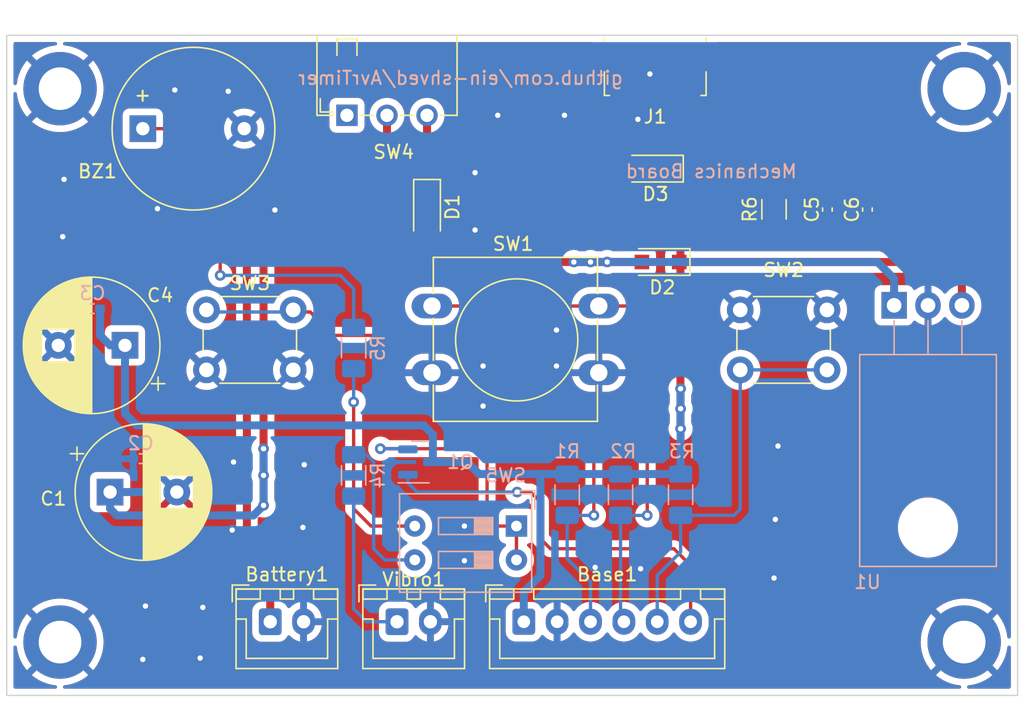
<source format=kicad_pcb>
(kicad_pcb (version 20210623) (generator pcbnew)
  (layers (0 "F.Cu" signal) (31 "B.Cu" signal) (34 "B.Paste" user) (35 "F.Paste" user) (36 "B.SilkS" user "B.Silkscreen") (37 "F.SilkS" user "F.Silkscreen") (38 "B.Mask" user) (39 "F.Mask" user) (44 "Edge.Cuts" user))
  (net 0 "")
  (net 1 "Net-(BZ1-Pad1)")
  (net 2 "GND")
  (net 3 "VCC")
  (net 4 "Net-(Base1-Pad3)")
  (net 5 "Net-(Base1-Pad4)")
  (net 6 "Net-(Base1-Pad5)")
  (net 7 "Net-(Base1-Pad6)")
  (net 8 "+9V")
  (net 9 "Net-(C1-Pad1)")
  (net 10 "Net-(C5-Pad2)")
  (net 14 "Net-(Q1-Pad2)")
  (net 15 "Net-(D3-Pad1)")
  (net 16 "Net-(D1-Pad1)")
  (net 17 "Net-(R4-Pad1)")
  (net 18 "Net-(R4-Pad2)")
  (net 19 "Net-(R5-Pad1)")
  (footprint "Button_Switch_THT:SW_PUSH_6mm" (layer "F.Cu") (at 144.47 81.09 180)
    (fp_text reference "SW2" (at 3.25 7.49) (layer "F.SilkS"))
    (fp_text value "SW_DIP_x01")
    (pad "1" thru_hole circle locked (at 0 0 270) (size 2 2) (drill 1.1) (layers *.Cu *.Mask) (net 6 "Net-(Base1-Pad5)"))
    (pad "1" thru_hole circle locked (at 6.5 0 270) (size 2 2) (drill 1.1) (layers *.Cu *.Mask) (net 6 "Net-(Base1-Pad5)"))
    (pad "2" thru_hole circle locked (at 0 4.5 270) (size 2 2) (drill 1.1) (layers *.Cu *.Mask) (net 2 "GND"))
    (pad "2" thru_hole circle locked (at 6.5 4.5 270) (size 2 2) (drill 1.1) (layers *.Cu *.Mask) (net 2 "GND"))
  )
  (footprint "Diode_SMD:D_SOD-123F" (layer "F.Cu") (at 132 73 180)
    (fp_text reference "D2" (at -0.127 -1.905 180) (layer "F.SilkS"))
    (fp_text value "DIODE")
    (pad "1" smd rect locked (at -1.4 0 180) (size 1.1 1.1) (layers "F.Cu" "F.Paste" "F.Mask") (net 3 "VCC"))
    (pad "2" smd rect locked (at 1.4 0 180) (size 1.1 1.1) (layers "F.Cu" "F.Paste" "F.Mask") (net 9 "Net-(C1-Pad1)"))
  )
  (footprint "Resistor_SMD:R_1206_3216Metric_Pad1.30x1.75mm_HandSolder" (layer "F.Cu") (at 140.5 69.05 90)
    (fp_text reference "R6" (at 0 -1.82 90) (layer "F.SilkS"))
    (fp_text value "1 MOhm")
    (pad "1" smd roundrect locked (at -1.55 0 90) (size 1.3 1.75) (layers "F.Cu" "F.Paste" "F.Mask") (roundrect_rratio 0.192308) (net 2 "GND"))
    (pad "2" smd roundrect locked (at 1.55 0 90) (size 1.3 1.75) (layers "F.Cu" "F.Paste" "F.Mask") (roundrect_rratio 0.192308) (net 10 "Net-(C5-Pad2)"))
  )
  (footprint "Connector_JST:JST_XH_B2B-XH-A_1x02_P2.50mm_Vertical" (layer "F.Cu") (at 112.25 99.975)
    (fp_text reference "Vibro1" (at 1.25 -3.175) (layer "F.SilkS"))
    (fp_text value "Conn_01x02")
    (pad "1" thru_hole roundrect locked (at 0 0) (size 1.7 2) (drill 1) (layers *.Cu *.Mask) (roundrect_rratio 0.147059) (net 17 "Net-(R4-Pad1)"))
    (pad "2" thru_hole oval locked (at 2.5 0) (size 1.7 2) (drill 1) (layers *.Cu *.Mask) (net 2 "GND"))
  )
  (footprint "Buzzer_Beeper:Buzzer_12x9.5RM7.6" (layer "F.Cu") (at 93.2 63)
    (fp_text reference "BZ1" (at -3.4 3.2) (layer "F.SilkS"))
    (fp_text value "Buzzer")
    (fp_text user "+" (at -0.01 -2.54) (layer "F.SilkS"))
    (pad "1" thru_hole rect locked (at 0 0) (size 2 2) (drill 1) (layers *.Cu *.Mask) (net 1 "Net-(BZ1-Pad1)"))
    (pad "2" thru_hole circle locked (at 7.6 0) (size 2 2) (drill 1) (layers *.Cu *.Mask) (net 2 "GND"))
  )
  (footprint "Connector_JST:JST_XH_B6B-XH-A_1x06_P2.50mm_Vertical" (layer "F.Cu") (at 121.75 99.975)
    (fp_text reference "Base1" (at 6.25 -3.55) (layer "F.SilkS"))
    (fp_text value "Conn_01x06")
    (pad "1" thru_hole roundrect locked (at 0 0) (size 1.7 1.95) (drill 0.95) (layers *.Cu *.Mask) (roundrect_rratio 0.147059) (net 3 "VCC"))
    (pad "2" thru_hole oval locked (at 2.5 0) (size 1.7 1.95) (drill 0.95) (layers *.Cu *.Mask) (net 2 "GND"))
    (pad "3" thru_hole oval locked (at 5 0) (size 1.7 1.95) (drill 0.95) (layers *.Cu *.Mask) (net 4 "Net-(Base1-Pad3)"))
    (pad "4" thru_hole oval locked (at 7.5 0) (size 1.7 1.95) (drill 0.95) (layers *.Cu *.Mask) (net 5 "Net-(Base1-Pad4)"))
    (pad "5" thru_hole oval locked (at 10 0) (size 1.7 1.95) (drill 0.95) (layers *.Cu *.Mask) (net 6 "Net-(Base1-Pad5)"))
    (pad "6" thru_hole oval locked (at 12.5 0) (size 1.7 1.95) (drill 0.95) (layers *.Cu *.Mask) (net 7 "Net-(Base1-Pad6)"))
  )
  (footprint "Button_Switch_THT:SW_PUSH_6mm" (layer "F.Cu") (at 97.97 76.59)
    (fp_text reference "SW3" (at 3.25 -2) (layer "F.SilkS"))
    (fp_text value "SW_DIP_x01")
    (pad "1" thru_hole circle locked (at 6.5 0 90) (size 2 2) (drill 1.1) (layers *.Cu *.Mask) (net 4 "Net-(Base1-Pad3)"))
    (pad "1" thru_hole circle locked (at 0 0 90) (size 2 2) (drill 1.1) (layers *.Cu *.Mask) (net 4 "Net-(Base1-Pad3)"))
    (pad "2" thru_hole circle locked (at 0 4.5 90) (size 2 2) (drill 1.1) (layers *.Cu *.Mask) (net 2 "GND"))
    (pad "2" thru_hole circle locked (at 6.5 4.5 90) (size 2 2) (drill 1.1) (layers *.Cu *.Mask) (net 2 "GND"))
  )
  (footprint "Connector_USB:USB_Micro-B_Molex_47346-0001" (layer "F.Cu") (at 131.6 58.8 180)
    (fp_text reference "J1" (at 0 -3.3) (layer "F.SilkS"))
    (fp_text value "USB_B_Micro")
    (pad "1" smd rect locked (at -1.3 -1.46 180) (size 0.45 1.38) (layers "F.Cu" "F.Paste" "F.Mask") (net 15 "Net-(D3-Pad1)"))
    (pad "2" smd rect locked (at -0.65 -1.46 180) (size 0.45 1.38) (layers "F.Cu" "F.Paste" "F.Mask"))
    (pad "3" smd rect locked (at 0 -1.46 180) (size 0.45 1.38) (layers "F.Cu" "F.Paste" "F.Mask"))
    (pad "4" smd rect locked (at 0.65 -1.46 180) (size 0.45 1.38) (layers "F.Cu" "F.Paste" "F.Mask"))
    (pad "5" smd rect locked (at 1.3 -1.46 180) (size 0.45 1.38) (layers "F.Cu" "F.Paste" "F.Mask") (net 2 "GND"))
    (pad "6" smd rect locked (at -1.15 1.2 180) (size 1.8 1.9) (layers "F.Cu" "F.Paste" "F.Mask") (net 10 "Net-(C5-Pad2)"))
    (pad "6" smd rect locked (at -2.4875 -1.375 180) (size 1.425 1.55) (layers "F.Cu" "F.Paste" "F.Mask") (net 10 "Net-(C5-Pad2)"))
    (pad "6" smd rect locked (at 1.55 1.2 180) (size 1 1.9) (layers "F.Cu" "F.Paste" "F.Mask") (net 10 "Net-(C5-Pad2)"))
    (pad "6" smd rect locked (at 3.375 1.2 180) (size 1.65 1.3) (layers "F.Cu" "F.Paste" "F.Mask") (net 10 "Net-(C5-Pad2)"))
    (pad "6" smd rect locked (at 2.4875 -1.375 180) (size 1.425 1.55) (layers "F.Cu" "F.Paste" "F.Mask") (net 10 "Net-(C5-Pad2)"))
    (pad "6" smd rect locked (at -3.375 1.2 180) (size 1.65 1.3) (layers "F.Cu" "F.Paste" "F.Mask") (net 10 "Net-(C5-Pad2)"))
  )
  (footprint "Capacitor_SMD:C_0402_1005Metric_Pad0.74x0.62mm_HandSolder" (layer "F.Cu") (at 147.5 69.0675 90)
    (fp_text reference "C6" (at 0 -1.16 90) (layer "F.SilkS"))
    (fp_text value "1 nF")
    (pad "1" smd roundrect locked (at -0.5675 0 90) (size 0.735 0.62) (layers "F.Cu" "F.Paste" "F.Mask") (net 2 "GND"))
    (pad "2" smd roundrect locked (at 0.5675 0 90) (size 0.735 0.62) (layers "F.Cu" "F.Paste" "F.Mask") (net 10 "Net-(C5-Pad2)"))
  )
  (footprint "" (layer "F.Cu") (at 154.75 60)
    (fp_text reference "" (at 0 0) (layer "F.SilkS") (effects (font (size 1.27 1.27))))
    (fp_text value "" (at 0 0) (layer "F.SilkS") (effects (font (size 1.27 1.27))))
    (pad "1" thru_hole circle locked (at 0 0) (size 5.5 5.5) (drill 3.2) (layers *.Cu *.Mask) (net 2 "GND"))
  )
  (footprint "Connector_JST:JST_XH_B2B-XH-A_1x02_P2.50mm_Vertical" (layer "F.Cu") (at 102.75 99.975)
    (fp_text reference "Battery1" (at 1.25 -3.55) (layer "F.SilkS"))
    (fp_text value "Conn_01x02")
    (pad "1" thru_hole roundrect locked (at 0 0) (size 1.7 2) (drill 1) (layers *.Cu *.Mask) (roundrect_rratio 0.147059) (net 8 "+9V"))
    (pad "2" thru_hole oval locked (at 2.5 0) (size 1.7 2) (drill 1) (layers *.Cu *.Mask) (net 2 "GND"))
  )
  (footprint "Diode_SMD:D_SOD-123F" (layer "F.Cu") (at 131.5 66 180)
    (fp_text reference "D3" (at -0.127 -1.905) (layer "F.SilkS"))
    (fp_text value "DIODE")
    (pad "1" smd rect locked (at -1.4 0 180) (size 1.1 1.1) (layers "F.Cu" "F.Paste" "F.Mask") (net 15 "Net-(D3-Pad1)"))
    (pad "2" smd rect locked (at 1.4 0 180) (size 1.1 1.1) (layers "F.Cu" "F.Paste" "F.Mask") (net 3 "VCC"))
  )
  (footprint "Button_Switch_THT:SW_PUSH-12mm" (layer "F.Cu") (at 114.87 76.3)
    (fp_text reference "SW1" (at 6.08 -4.66) (layer "F.SilkS"))
    (fp_text value "SW_DIP_x01")
    (pad "1" thru_hole oval locked (at 0 0) (size 3.048 1.85) (drill 1.3) (layers *.Cu *.Mask) (net 5 "Net-(Base1-Pad4)"))
    (pad "1" thru_hole oval locked (at 12.5 0) (size 3.048 1.85) (drill 1.3) (layers *.Cu *.Mask) (net 5 "Net-(Base1-Pad4)"))
    (pad "2" thru_hole oval locked (at 12.5 5) (size 3.048 1.85) (drill 1.3) (layers *.Cu *.Mask) (net 2 "GND"))
    (pad "2" thru_hole oval locked (at 0 5) (size 3.048 1.85) (drill 1.3) (layers *.Cu *.Mask) (net 2 "GND"))
  )
  (footprint "Capacitor_SMD:C_0402_1005Metric_Pad0.74x0.62mm_HandSolder" (layer "F.Cu") (at 144.5 69.0675 90)
    (fp_text reference "C5" (at 0 -1.16 90) (layer "F.SilkS"))
    (fp_text value "100 nF")
    (pad "1" smd roundrect locked (at -0.5675 0 90) (size 0.735 0.62) (layers "F.Cu" "F.Paste" "F.Mask") (net 2 "GND"))
    (pad "2" smd roundrect locked (at 0.5675 0 90) (size 0.735 0.62) (layers "F.Cu" "F.Paste" "F.Mask") (net 10 "Net-(C5-Pad2)"))
  )
  (footprint "Diode_SMD:D_SOD-123F" (layer "F.Cu") (at 114.5 69.0125 -90)
    (fp_text reference "D1" (at -0.127 -1.905 -90) (layer "F.SilkS"))
    (fp_text value "DIODE")
    (pad "1" smd rect locked (at -1.4 0 270) (size 1.1 1.1) (layers "F.Cu" "F.Paste" "F.Mask") (net 16 "Net-(D1-Pad1)"))
    (pad "2" smd rect locked (at 1.4 0 270) (size 1.1 1.1) (layers "F.Cu" "F.Paste" "F.Mask") (net 9 "Net-(C1-Pad1)"))
  )
  (footprint "" (layer "F.Cu") (at 154.75 101.5)
    (fp_text reference "" (at 0 0) (layer "F.SilkS") (effects (font (size 1.27 1.27))))
    (fp_text value "" (at 0 0) (layer "F.SilkS") (effects (font (size 1.27 1.27))))
    (pad "1" thru_hole circle locked (at 0 0) (size 5.5 5.5) (drill 3.2) (layers *.Cu *.Mask) (net 2 "GND"))
  )
  (footprint "Footprints:L_KLS7_SS_12F19_G5" (layer "F.Cu") (at 108.5 62)
    (fp_text reference "SW4" (at 3.5 2.75) (layer "F.SilkS"))
    (fp_text value "SW_DPDT_x2")
    (pad "1" thru_hole rect locked (at 0 0) (size 1.6 1.6) (drill 1) (layers *.Cu *.Mask))
    (pad "2" thru_hole oval locked (at 3 0) (size 1.6 1.6) (drill 1) (layers *.Cu *.Mask) (net 8 "+9V"))
    (pad "3" thru_hole oval locked (at 6 0) (size 1.6 1.6) (drill 1) (layers *.Cu *.Mask) (net 16 "Net-(D1-Pad1)"))
  )
  (footprint "Capacitor_THT:CP_Radial_D10.0mm_P5.00mm" (layer "F.Cu") (at 90.75 90.25)
    (fp_text reference "C1" (at -4.25 0.5) (layer "F.SilkS"))
    (fp_text value "470 uF")
    (pad "1" thru_hole rect locked (at 0 0) (size 2 2) (drill 1) (layers *.Cu *.Mask) (net 9 "Net-(C1-Pad1)"))
    (pad "2" thru_hole circle locked (at 5 0) (size 2 2) (drill 1) (layers *.Cu *.Mask) (net 2 "GND"))
  )
  (footprint "Capacitor_THT:CP_Radial_D10.0mm_P5.00mm" (layer "F.Cu") (at 91.867677 79.25 180)
    (fp_text reference "C4" (at -2.632323 3.75) (layer "F.SilkS"))
    (fp_text value "10 uF")
    (pad "1" thru_hole rect locked (at 0 0 180) (size 2 2) (drill 1) (layers *.Cu *.Mask) (net 3 "VCC"))
    (pad "2" thru_hole circle locked (at 5 0 180) (size 2 2) (drill 1) (layers *.Cu *.Mask) (net 2 "GND"))
  )
  (footprint "" (layer "F.Cu") (at 87 101.5)
    (fp_text reference "" (at 0 0) (layer "F.SilkS") (effects (font (size 1.27 1.27))))
    (fp_text value "" (at 0 0) (layer "F.SilkS") (effects (font (size 1.27 1.27))))
    (pad "1" thru_hole circle locked (at 0 0) (size 5.5 5.5) (drill 3.2) (layers *.Cu *.Mask) (net 2 "GND"))
  )
  (footprint "" (layer "F.Cu") (at 87 60)
    (fp_text reference "" (at 0 0) (layer "F.SilkS") (effects (font (size 1.27 1.27))))
    (fp_text value "" (at 0 0) (layer "F.SilkS") (effects (font (size 1.27 1.27))))
    (pad "1" thru_hole circle locked (at 0 0) (size 5.5 5.5) (drill 3.2) (layers *.Cu *.Mask) (net 2 "GND"))
  )
  (footprint "Capacitor_SMD:C_0402_1005Metric_Pad0.74x0.62mm_HandSolder" (layer "B.Cu") (at 89.4325 76.5 180)
    (fp_text reference "C3" (at 0 1.16) (layer "B.SilkS") (effects (justify mirror)))
    (fp_text value "100 nF")
    (pad "1" smd roundrect locked (at -0.5675 0 180) (size 0.735 0.62) (layers "B.Cu" "B.Paste" "B.Mask") (net 3 "VCC"))
    (pad "2" smd roundrect locked (at 0.5675 0 180) (size 0.735 0.62) (layers "B.Cu" "B.Paste" "B.Mask") (net 2 "GND"))
  )
  (footprint "Resistor_SMD:R_1206_3216Metric_Pad1.30x1.75mm_HandSolder" (layer "B.Cu") (at 109 89 90)
    (fp_text reference "R4" (at 0 1.82 90) (layer "B.SilkS") (effects (justify mirror)))
    (fp_text value "100 Ohm")
    (pad "1" smd roundrect locked (at -1.55 0 90) (size 1.3 1.75) (layers "B.Cu" "B.Paste" "B.Mask") (roundrect_rratio 0.192308) (net 17 "Net-(R4-Pad1)"))
    (pad "2" smd roundrect locked (at 1.55 0 90) (size 1.3 1.75) (layers "B.Cu" "B.Paste" "B.Mask") (roundrect_rratio 0.192308) (net 18 "Net-(R4-Pad2)"))
  )
  (footprint "Resistor_SMD:R_1206_3216Metric_Pad1.30x1.75mm_HandSolder" (layer "B.Cu") (at 125 90.45 -90)
    (fp_text reference "R1" (at -3.25 0 180) (layer "B.SilkS") (effects (justify mirror)))
    (fp_text value "10 kOhm")
    (pad "1" smd roundrect locked (at -1.55 0 270) (size 1.3 1.75) (layers "B.Cu" "B.Paste" "B.Mask") (roundrect_rratio 0.192308) (net 3 "VCC"))
    (pad "2" smd roundrect locked (at 1.55 0 270) (size 1.3 1.75) (layers "B.Cu" "B.Paste" "B.Mask") (roundrect_rratio 0.192308) (net 4 "Net-(Base1-Pad3)"))
  )
  (footprint "Capacitor_SMD:C_0402_1005Metric_Pad0.74x0.62mm_HandSolder" (layer "B.Cu") (at 93.050177 87.75 180)
    (fp_text reference "C2" (at 0 1.16) (layer "B.SilkS") (effects (justify mirror)))
    (fp_text value "100 nF")
    (pad "1" smd roundrect locked (at -0.5675 0 180) (size 0.735 0.62) (layers "B.Cu" "B.Paste" "B.Mask") (net 9 "Net-(C1-Pad1)"))
    (pad "2" smd roundrect locked (at 0.5675 0 180) (size 0.735 0.62) (layers "B.Cu" "B.Paste" "B.Mask") (net 2 "GND"))
  )
  (footprint "Button_Switch_THT:SW_DIP_SPSTx02_Slide_9.78x7.26mm_W7.62mm_P2.54mm" (layer "B.Cu") (at 121.2 92.8 180)
    (fp_text reference "SW5" (at 0.8 3.8) (layer "B.SilkS") (effects (justify mirror)))
    (fp_text value "SW_DIP_x02")
    (pad "1" thru_hole rect locked (at 0 0 180) (size 1.6 1.6) (drill 0.8) (layers *.Cu *.Mask) (net 14 "Net-(Q1-Pad2)"))
    (pad "2" thru_hole oval locked (at 0 -2.54 180) (size 1.6 1.6) (drill 0.8) (layers *.Cu *.Mask) (net 14 "Net-(Q1-Pad2)"))
    (pad "3" thru_hole oval locked (at 7.62 -2.54 180) (size 1.6 1.6) (drill 0.8) (layers *.Cu *.Mask) (net 18 "Net-(R4-Pad2)"))
    (pad "4" thru_hole oval locked (at 7.62 0 180) (size 1.6 1.6) (drill 0.8) (layers *.Cu *.Mask) (net 19 "Net-(R5-Pad1)"))
  )
  (footprint "Resistor_SMD:R_1206_3216Metric_Pad1.30x1.75mm_HandSolder" (layer "B.Cu") (at 109 79.45 90)
    (fp_text reference "R5" (at 0 1.82 90) (layer "B.SilkS") (effects (justify mirror)))
    (fp_text value "10 Ohm")
    (pad "1" smd roundrect locked (at -1.55 0 90) (size 1.3 1.75) (layers "B.Cu" "B.Paste" "B.Mask") (roundrect_rratio 0.192308) (net 19 "Net-(R5-Pad1)"))
    (pad "2" smd roundrect locked (at 1.55 0 90) (size 1.3 1.75) (layers "B.Cu" "B.Paste" "B.Mask") (roundrect_rratio 0.192308) (net 1 "Net-(BZ1-Pad1)"))
  )
  (footprint "Resistor_SMD:R_1206_3216Metric_Pad1.30x1.75mm_HandSolder" (layer "B.Cu") (at 133.5 90.45 -90)
    (fp_text reference "R3" (at -3.25 -0.1 180) (layer "B.SilkS") (effects (justify mirror)))
    (fp_text value "10 kOhm")
    (pad "1" smd roundrect locked (at -1.55 0 270) (size 1.3 1.75) (layers "B.Cu" "B.Paste" "B.Mask") (roundrect_rratio 0.192308) (net 3 "VCC"))
    (pad "2" smd roundrect locked (at 1.55 0 270) (size 1.3 1.75) (layers "B.Cu" "B.Paste" "B.Mask") (roundrect_rratio 0.192308) (net 6 "Net-(Base1-Pad5)"))
  )
  (footprint "Package_TO_SOT_SMD:SOT-23" (layer "B.Cu") (at 114 88)
    (fp_text reference "Q1" (at 3 0) (layer "B.SilkS") (effects (justify mirror)))
    (fp_text value "BC846")
    (pad "1" smd roundrect locked (at -0.9375 0.95) (size 1.475 0.6) (layers "B.Cu" "B.Paste" "B.Mask") (net 7 "Net-(Base1-Pad6)"))
    (pad "2" smd roundrect locked (at -0.9375 -0.95) (size 1.475 0.6) (layers "B.Cu" "B.Paste" "B.Mask") (net 14 "Net-(Q1-Pad2)"))
    (pad "3" smd roundrect locked (at 0.9375 0) (size 1.475 0.6) (layers "B.Cu" "B.Paste" "B.Mask") (net 3 "VCC"))
  )
  (footprint "Package_TO_SOT_THT:TO-220-3_Horizontal_TabDown" (layer "B.Cu") (at 149.5 76.25)
    (fp_text reference "U1" (at -2 20.75) (layer "B.SilkS") (effects (justify mirror)))
    (fp_text value "L7805")
    (pad "" np_thru_hole oval locked (at 2.54 16.66) (size 3.5 3.5) (drill 3.5) (layers *.Cu *.Mask))
    (pad "1" thru_hole rect locked (at 0 0) (size 1.905 2) (drill 1.1) (layers *.Cu *.Mask) (net 9 "Net-(C1-Pad1)"))
    (pad "2" thru_hole oval locked (at 2.54 0) (size 1.905 2) (drill 1.1) (layers *.Cu *.Mask) (net 2 "GND"))
    (pad "3" thru_hole oval locked (at 5.08 0) (size 1.905 2) (drill 1.1) (layers *.Cu *.Mask) (net 3 "VCC"))
  )
  (footprint "Resistor_SMD:R_1206_3216Metric_Pad1.30x1.75mm_HandSolder" (layer "B.Cu") (at 129 90.45 -90)
    (fp_text reference "R2" (at -3.25 -0.2 180) (layer "B.SilkS") (effects (justify mirror)))
    (fp_text value "10 kOhm")
    (pad "1" smd roundrect locked (at -1.55 0 270) (size 1.3 1.75) (layers "B.Cu" "B.Paste" "B.Mask") (roundrect_rratio 0.192308) (net 3 "VCC"))
    (pad "2" smd roundrect locked (at 1.55 0 270) (size 1.3 1.75) (layers "B.Cu" "B.Paste" "B.Mask") (roundrect_rratio 0.192308) (net 5 "Net-(Base1-Pad4)"))
  )
  (gr_rect (start 83 56) (end 158.75 105.5) (layer "Edge.Cuts") (width 0.1) (fill none))
  (gr_text "github.com/ein-shved/AvrTimer" (at 117 59.2) (layer "B.SilkS") (effects (font (size 1 1)) (justify mirror)))
  (gr_text "Mechanics Board" (at 135.8 66.2) (layer "B.SilkS") (effects (font (size 1 1)) (justify mirror)))
  (segment (start 99 63.5) (end 98.5 63) (width 0.25) (layer "F.Cu") (net 1))
  (segment (start 99 74) (end 99 63.5) (width 0.25) (layer "F.Cu") (net 1))
  (segment (start 98.5 63) (end 93.2 63) (width 0.25) (layer "F.Cu") (net 1))
  (via (at 99 74) (size 0.8) (drill 0.4) (layers "F.Cu" "B.Cu") (net 1))
  (segment (start 108 74) (end 99 74) (width 0.25) (layer "B.Cu") (net 1))
  (segment (start 109 77.9) (end 109 75) (width 0.25) (layer "B.Cu") (net 1))
  (segment (start 109 75) (end 108 74) (width 0.25) (layer "B.Cu") (net 1))
  (segment (start 130.3 59.2) (end 130.6 58.9) (width 0.25) (layer "F.Cu") (net 2))
  (segment (start 130.3 60.26) (end 130.3 62.3) (width 0.25) (layer "F.Cu") (net 2))
  (segment (start 130.3 60.26) (end 130.3 59.2) (width 0.25) (layer "F.Cu") (net 2))
  (segment (start 130.6 58.9) (end 131.2 58.9) (width 0.25) (layer "F.Cu") (net 2))
  (via (at 117.3 95.4) (size 0.8) (drill 0.4) (layers "F.Cu" "B.Cu") (net 2))
  (via (at 130.3 62.3) (size 0.8) (drill 0.4) (layers "F.Cu" "B.Cu") (net 2))
  (via (at 124.2 78.1) (size 0.8) (drill 0.4) (layers "F.Cu" "B.Cu") (net 2))
  (via (at 93.2 102.8) (size 0.8) (drill 0.4) (layers "F.Cu" "B.Cu") (net 2))
  (via (at 103.1 69.1) (size 0.8) (drill 0.4) (layers "F.Cu" "B.Cu") (net 2))
  (via (at 124.2 80.8) (size 0.8) (drill 0.4) (layers "F.Cu" "B.Cu") (net 2))
  (via (at 118.7 80.8) (size 0.8) (drill 0.4) (layers "F.Cu" "B.Cu") (net 2))
  (via (at 140.5 96.7) (size 0.8) (drill 0.4) (layers "F.Cu" "B.Cu") (net 2))
  (via (at 105.3 88.2) (size 0.8) (drill 0.4) (layers "F.Cu" "B.Cu") (net 2))
  (via (at 87.2 71.1) (size 0.8) (drill 0.4) (layers "F.Cu" "B.Cu") (net 2))
  (via (at 97.7 98.9) (size 0.8) (drill 0.4) (layers "F.Cu" "B.Cu") (net 2))
  (via (at 100 88) (size 0.8) (drill 0.4) (layers "F.Cu" "B.Cu") (net 2))
  (via (at 117.3 92.8) (size 0.8) (drill 0.4) (layers "F.Cu" "B.Cu") (net 2))
  (via (at 140.8 86.8) (size 0.8) (drill 0.4) (layers "F.Cu" "B.Cu") (net 2))
  (via (at 94.3 69) (size 0.8) (drill 0.4) (layers "F.Cu" "B.Cu") (net 2))
  (via (at 99.9 93.1) (size 0.8) (drill 0.4) (layers "F.Cu" "B.Cu") (net 2))
  (via (at 118.1 70.6) (size 0.8) (drill 0.4) (layers "F.Cu" "B.Cu") (net 2))
  (via (at 87.3 66.8) (size 0.8) (drill 0.4) (layers "F.Cu" "B.Cu") (net 2))
  (via (at 118.7 83.8) (size 0.8) (drill 0.4) (layers "F.Cu" "B.Cu") (net 2))
  (via (at 95.6 60.1) (size 0.8) (drill 0.4) (layers "F.Cu" "B.Cu") (net 2))
  (via (at 140.6 92.3) (size 0.8) (drill 0.4) (layers "F.Cu" "B.Cu") (net 2))
  (via (at 124.8 62) (size 0.8) (drill 0.4) (layers "F.Cu" "B.Cu") (net 2))
  (via (at 97.5 102.7) (size 0.8) (drill 0.4) (layers "F.Cu" "B.Cu") (net 2))
  (via (at 119.8 62) (size 0.8) (drill 0.4) (layers "F.Cu" "B.Cu") (net 2))
  (via (at 93.4 98.8) (size 0.8) (drill 0.4) (layers "F.Cu" "B.Cu") (net 2))
  (via (at 131.2 58.9) (size 0.8) (drill 0.4) (layers "F.Cu" "B.Cu") (net 2))
  (via (at 127.1 95.9) (size 0.8) (drill 0.4) (layers "F.Cu" "B.Cu") (net 2))
  (via (at 130.5 96) (size 0.8) (drill 0.4) (layers "F.Cu" "B.Cu") (net 2))
  (via (at 99.6 60.2) (size 0.8) (drill 0.4) (layers "F.Cu" "B.Cu") (net 2))
  (via (at 118.1 66.3) (size 0.8) (drill 0.4) (layers "F.Cu" "B.Cu") (net 2))
  (via (at 105.2 92.9) (size 0.8) (drill 0.4) (layers "F.Cu" "B.Cu") (net 2))
  (segment (start 130 68) (end 130.75 68.75) (width 0.6) (layer "F.Cu") (net 3))
  (segment (start 133.4 73) (end 153.33 73) (width 0.6) (layer "F.Cu") (net 3))
  (segment (start 130.1 66) (end 130 66.1) (width 0.6) (layer "F.Cu") (net 3))
  (segment (start 133.4875 69.2375) (end 133.4875 85.4875) (width 0.6) (layer "F.Cu") (net 3))
  (segment (start 154.58 74.25) (end 154.58 76.25) (width 0.6) (layer "F.Cu") (net 3))
  (segment (start 133 68.75) (end 133.4875 69.2375) (width 0.6) (layer "F.Cu") (net 3))
  (segment (start 133.4875 85.4875) (end 133.5 85.5) (width 0.6) (layer "F.Cu") (net 3))
  (segment (start 130 66.1) (end 130 68) (width 0.6) (layer "F.Cu") (net 3))
  (segment (start 153.33 73) (end 154.58 74.25) (width 0.6) (layer "F.Cu") (net 3))
  (segment (start 130.75 68.75) (end 133 68.75) (width 0.6) (layer "F.Cu") (net 3))
  (via (at 133.5 84) (size 0.8) (drill 0.4) (layers "F.Cu" "B.Cu") (net 3))
  (via (at 133.5 85.5) (size 0.8) (drill 0.4) (layers "F.Cu" "B.Cu") (net 3))
  (via (at 133.5 82.5) (size 0.8) (drill 0.4) (layers "F.Cu" "B.Cu") (net 3))
  (segment (start 133.5 88.9) (end 129 88.9) (width 0.6) (layer "B.Cu") (net 3))
  (segment (start 114.9375 85.9375) (end 114.25 85.25) (width 0.6) (layer "B.Cu") (net 3))
  (segment (start 92.75 85.25) (end 91.867677 84.367677) (width 0.6) (layer "B.Cu") (net 3))
  (segment (start 125 88.9) (end 122.9 88.9) (width 0.6) (layer "B.Cu") (net 3))
  (segment (start 117.5 88) (end 114.9375 88) (width 0.6) (layer "B.Cu") (net 3))
  (segment (start 114.25 85.25) (end 92.75 85.25) (width 0.6) (layer "B.Cu") (net 3))
  (segment (start 133.5 85.5) (end 133.5 88.9) (width 0.6) (layer "B.Cu") (net 3))
  (segment (start 90 78.5) (end 90 76.5) (width 0.6) (layer "B.Cu") (net 3))
  (segment (start 118.4 88.9) (end 117.5 88) (width 0.6) (layer "B.Cu") (net 3))
  (segment (start 121.75 99.975) (end 121.75 97.75) (width 0.6) (layer "B.Cu") (net 3))
  (segment (start 90.75 79.25) (end 90 78.5) (width 0.6) (layer "B.Cu") (net 3))
  (segment (start 121.75 97.75) (end 123 96.5) (width 0.6) (layer "B.Cu") (net 3))
  (segment (start 91.867677 79.25) (end 90.75 79.25) (width 0.6) (layer "B.Cu") (net 3))
  (segment (start 123.6 88.9) (end 125 88.9) (width 0.6) (layer "B.Cu") (net 3))
  (segment (start 91.867677 84.367677) (end 91.867677 79.25) (width 0.6) (layer "B.Cu") (net 3))
  (segment (start 125 88.9) (end 129 88.9) (width 0.6) (layer "B.Cu") (net 3))
  (segment (start 122.9 88.9) (end 118.4 88.9) (width 0.6) (layer "B.Cu") (net 3))
  (segment (start 123 96.5) (end 123 89.5) (width 0.6) (layer "B.Cu") (net 3))
  (segment (start 123 89.5) (end 123 89) (width 0.6) (layer "B.Cu") (net 3))
  (segment (start 123 89) (end 122.9 88.9) (width 0.6) (layer "B.Cu") (net 3))
  (segment (start 114.9375 88) (end 114.9375 85.9375) (width 0.6) (layer "B.Cu") (net 3))
  (segment (start 133.5 84) (end 133.5 82.5) (width 0.6) (layer "B.Cu") (net 3))
  (segment (start 133.5 85.5) (end 133.5 84) (width 0.6) (layer "B.Cu") (net 3))
  (segment (start 106 77) (end 105.75 76.75) (width 0.25) (layer "F.Cu") (net 4))
  (segment (start 121 85) (end 121 79.5) (width 0.25) (layer "F.Cu") (net 4))
  (segment (start 121.5 85.5) (end 121 85) (width 0.25) (layer "F.Cu") (net 4))
  (segment (start 105.75 76.75) (end 104.25 76.75) (width 0.25) (layer "F.Cu") (net 4))
  (segment (start 121 79.5) (end 120 78.5) (width 0.25) (layer "F.Cu") (net 4))
  (segment (start 120 78.5) (end 106.5 78.5) (width 0.25) (layer "F.Cu") (net 4))
  (segment (start 106.5 78.5) (end 106 78) (width 0.25) (layer "F.Cu") (net 4))
  (segment (start 127 86.5) (end 126 85.5) (width 0.25) (layer "F.Cu") (net 4))
  (segment (start 126 85.5) (end 121.5 85.5) (width 0.25) (layer "F.Cu") (net 4))
  (segment (start 106 78) (end 106 77) (width 0.25) (layer "F.Cu") (net 4))
  (segment (start 127 92) (end 127 86.5) (width 0.25) (layer "F.Cu") (net 4))
  (via (at 127 92) (size 0.8) (drill 0.4) (layers "F.Cu" "B.Cu") (net 4))
  (segment (start 104.25 76.75) (end 97.75 76.75) (width 0.25) (layer "B.Cu") (net 4))
  (segment (start 125 92) (end 127 92) (width 0.25) (layer "B.Cu") (net 4))
  (segment (start 126.75 97) (end 126.75 99.975) (width 0.25) (layer "B.Cu") (net 4))
  (segment (start 125 92) (end 125 95.25) (width 0.25) (layer "B.Cu") (net 4))
  (segment (start 125 95.25) (end 126.75 97) (width 0.25) (layer "B.Cu") (net 4))
  (segment (start 130.3 76.3) (end 127.37 76.3) (width 0.25) (layer "F.Cu") (net 5))
  (segment (start 131 92) (end 131 77) (width 0.25) (layer "F.Cu") (net 5))
  (segment (start 114.87 76.3) (end 127.37 76.3) (width 0.25) (layer "F.Cu") (net 5))
  (segment (start 131 77) (end 130.3 76.3) (width 0.25) (layer "F.Cu") (net 5))
  (via (at 131 92) (size 0.8) (drill 0.4) (layers "F.Cu" "B.Cu") (net 5))
  (segment (start 129 99.725) (end 129.25 99.975) (width 0.25) (layer "B.Cu") (net 5))
  (segment (start 129 92) (end 131 92) (width 0.25) (layer "B.Cu") (net 5))
  (segment (start 129 92) (end 129 99.725) (width 0.25) (layer "B.Cu") (net 5))
  (segment (start 133.5 92) (end 133.5 94.75) (width 0.25) (layer "B.Cu") (net 6))
  (segment (start 143.84 81.09) (end 144 81.25) (width 0.25) (layer "B.Cu") (net 6))
  (segment (start 133.5 92) (end 137.5 92) (width 0.25) (layer "B.Cu") (net 6))
  (segment (start 137.97 81.09) (end 144.47 81.09) (width 0.25) (layer "B.Cu") (net 6))
  (segment (start 133.5 94.75) (end 131.75 96.5) (width 0.25) (layer "B.Cu") (net 6))
  (segment (start 137.5 92) (end 137.97 91.53) (width 0.25) (layer "B.Cu") (net 6))
  (segment (start 137.97 91.53) (end 137.97 81.09) (width 0.25) (layer "B.Cu") (net 6))
  (segment (start 131.75 96.5) (end 131.75 99.975) (width 0.25) (layer "B.Cu") (net 6))
  (segment (start 133 94.5) (end 134.25 95.75) (width 0.25) (layer "F.Cu") (net 7))
  (segment (start 134.25 95.75) (end 134.25 99.975) (width 0.25) (layer "F.Cu") (net 7))
  (segment (start 123 93.75) (end 123.75 94.5) (width 0.25) (layer "F.Cu") (net 7))
  (segment (start 121.25 90.25) (end 122.25 90.25) (width 0.25) (layer "F.Cu") (net 7))
  (segment (start 123 91) (end 123 93.75) (width 0.25) (layer "F.Cu") (net 7))
  (segment (start 123.75 94.5) (end 133 94.5) (width 0.25) (layer "F.Cu") (net 7))
  (segment (start 122.25 90.25) (end 123 91) (width 0.25) (layer "F.Cu") (net 7))
  (via (at 121.25 90.25) (size 0.8) (drill 0.4) (layers "F.Cu" "B.Cu") (net 7))
  (segment (start 113.0625 89.5625) (end 113.0625 88.95) (width 0.25) (layer "B.Cu") (net 7))
  (segment (start 121.25 90.25) (end 113.75 90.25) (width 0.25) (layer "B.Cu") (net 7))
  (segment (start 113.75 90.25) (end 113.0625 89.5625) (width 0.25) (layer "B.Cu") (net 7))
  (segment (start 103 64.5) (end 111 64.5) (width 0.6) (layer "F.Cu") (net 8))
  (segment (start 102.75 96.5) (end 101 94.75) (width 0.6) (layer "F.Cu") (net 8))
  (segment (start 101 94.75) (end 101 66.5) (width 0.6) (layer "F.Cu") (net 8))
  (segment (start 111 64.5) (end 111.5 64) (width 0.6) (layer "F.Cu") (net 8))
  (segment (start 111.5 64) (end 111.5 62.075) (width 0.6) (layer "F.Cu") (net 8))
  (segment (start 101 66.5) (end 103 64.5) (width 0.6) (layer "F.Cu") (net 8))
  (segment (start 102.75 99.975) (end 102.75 96.5) (width 0.6) (layer "F.Cu") (net 8))
  (segment (start 103.25 70.5) (end 102.5 71.25) (width 0.6) (layer "F.Cu") (net 9))
  (segment (start 130.5125 73) (end 115 73) (width 0.6) (layer "F.Cu") (net 9))
  (segment (start 110.5 70.5) (end 114.5 70.5) (width 0.6) (layer "F.Cu") (net 9))
  (segment (start 110.5 70.5) (end 103.25 70.5) (width 0.6) (layer "F.Cu") (net 9))
  (segment (start 114.5 72.5) (end 114.5 70.5) (width 0.6) (layer "F.Cu") (net 9))
  (segment (start 115 73) (end 114.5 72.5) (width 0.6) (layer "F.Cu") (net 9))
  (segment (start 102.25 87) (end 102.25 89) (width 0.6) (layer "F.Cu") (net 9))
  (segment (start 102.25 71.5) (end 102.25 83.5) (width 0.6) (layer "F.Cu") (net 9))
  (segment (start 102.25 89) (end 102.25 91.25) (width 0.6) (layer "F.Cu") (net 9))
  (segment (start 102.25 83.5) (end 102.25 87) (width 0.6) (layer "F.Cu") (net 9))
  (segment (start 102.5 71.25) (end 102.25 71.5) (width 0.6) (layer "F.Cu") (net 9))
  (via (at 102.25 89) (size 0.8) (drill 0.4) (layers "F.Cu" "B.Cu") (net 9))
  (via (at 126.75 73) (size 0.8) (drill 0.4) (layers "F.Cu" "B.Cu") (net 9))
  (via (at 125.5 73) (size 0.8) (drill 0.4) (layers "F.Cu" "B.Cu") (net 9))
  (via (at 102.25 91.25) (size 0.8) (drill 0.4) (layers "F.Cu" "B.Cu") (net 9))
  (via (at 102.25 87) (size 0.8) (drill 0.4) (layers "F.Cu" "B.Cu") (net 9))
  (via (at 128 73) (size 0.8) (drill 0.4) (layers "F.Cu" "B.Cu") (net 9))
  (segment (start 93.25 90.25) (end 93.617677 89.882323) (width 0.6) (layer "B.Cu") (net 9))
  (segment (start 90.75 91.5) (end 90.75 90.25) (width 0.6) (layer "B.Cu") (net 9))
  (segment (start 102.25 87) (end 102.25 91.25) (width 0.6) (layer "B.Cu") (net 9))
  (segment (start 93.617677 89.882323) (end 93.617677 87.75) (width 0.6) (layer "B.Cu") (net 9))
  (segment (start 102.25 91.25) (end 101.5 92) (width 0.6) (layer "B.Cu") (net 9))
  (segment (start 101.5 92) (end 91.25 92) (width 0.6) (layer "B.Cu") (net 9))
  (segment (start 149.5 76.25) (end 149.5 74.25) (width 0.6) (layer "B.Cu") (net 9))
  (segment (start 91.25 92) (end 90.75 91.5) (width 0.6) (layer "B.Cu") (net 9))
  (segment (start 148.25 73) (end 128 73) (width 0.6) (layer "B.Cu") (net 9))
  (segment (start 149.5 74.25) (end 148.25 73) (width 0.6) (layer "B.Cu") (net 9))
  (segment (start 128 73) (end 126.75 73) (width 0.6) (layer "B.Cu") (net 9))
  (segment (start 126.75 73) (end 125.5 73) (width 0.6) (layer "B.Cu") (net 9))
  (segment (start 90.75 90.25) (end 93.25 90.25) (width 0.6) (layer "B.Cu") (net 9))
  (segment (start 134.0875 60.175) (end 136.175 60.175) (width 0.6) (layer "F.Cu") (net 10))
  (segment (start 135 57.625) (end 134.975 57.6) (width 0.6) (layer "F.Cu") (net 10))
  (segment (start 144.5 68.5) (end 147.5 68.5) (width 0.6) (layer "F.Cu") (net 10))
  (segment (start 143.5 67.5) (end 144.5 68.5) (width 0.6) (layer "F.Cu") (net 10))
  (segment (start 134.0875 59.9125) (end 135 59) (width 0.6) (layer "F.Cu") (net 10))
  (segment (start 137.5 61.5) (end 137.5 66.5) (width 0.6) (layer "F.Cu") (net 10))
  (segment (start 135 59) (end 135 57.625) (width 0.6) (layer "F.Cu") (net 10))
  (segment (start 138.5 67.5) (end 140.5 67.5) (width 0.6) (layer "F.Cu") (net 10))
  (segment (start 129.1125 60.175) (end 129.1125 59.6125) (width 0.6) (layer "F.Cu") (net 10))
  (segment (start 128.225 58.725) (end 128.225 57.6) (width 0.6) (layer "F.Cu") (net 10))
  (segment (start 128.225 57.6) (end 130.05 57.6) (width 0.6) (layer "F.Cu") (net 10))
  (segment (start 137.5 66.5) (end 138.5 67.5) (width 0.6) (layer "F.Cu") (net 10))
  (segment (start 129.1125 59.6125) (end 128.225 58.725) (width 0.6) (layer "F.Cu") (net 10))
  (segment (start 132.75 57.6) (end 134.975 57.6) (width 0.6) (layer "F.Cu") (net 10))
  (segment (start 132.75 57.6) (end 130.05 57.6) (width 0.6) (layer "F.Cu") (net 10))
  (segment (start 140.5 67.5) (end 143.5 67.5) (width 0.6) (layer "F.Cu") (net 10))
  (segment (start 136.175 60.175) (end 137.5 61.5) (width 0.6) (layer "F.Cu") (net 10))
  (segment (start 134.0875 60.175) (end 134.0875 59.9125) (width 0.6) (layer "F.Cu") (net 10))
  (segment (start 121.2 92.8) (end 119.8 92.8) (width 0.25) (layer "F.Cu") (net 14))
  (segment (start 118.5 87) (end 111 87) (width 0.25) (layer "F.Cu") (net 14))
  (segment (start 119 87.5) (end 118.5 87) (width 0.25) (layer "F.Cu") (net 14))
  (segment (start 121.2 92.8) (end 121.2 95.34) (width 0.25) (layer "F.Cu") (net 14))
  (segment (start 119 92) (end 119 87.5) (width 0.25) (layer "F.Cu") (net 14))
  (segment (start 119.8 92.8) (end 119 92) (width 0.25) (layer "F.Cu") (net 14))
  (via (at 111 87) (size 0.8) (drill 0.4) (layers "F.Cu" "B.Cu") (net 14))
  (segment (start 111 87) (end 113.0125 87) (width 0.25) (layer "B.Cu") (net 14))
  (segment (start 113.0125 87) (end 113.0625 87.05) (width 0.25) (layer "B.Cu") (net 14))
  (segment (start 132.9 60.26) (end 132.9 65.9) (width 0.4) (layer "F.Cu") (net 15))
  (segment (start 114.5 67.525) (end 114.5 62.075) (width 0.6) (layer "F.Cu") (net 16))
  (segment (start 109 90.55) (end 109 99) (width 0.25) (layer "B.Cu") (net 17))
  (segment (start 110.025 99.975) (end 112.25 99.975) (width 0.25) (layer "B.Cu") (net 17))
  (segment (start 110 100) (end 110.025 99.975) (width 0.25) (layer "B.Cu") (net 17))
  (segment (start 109 99) (end 110 100) (width 0.25) (layer "B.Cu") (net 17))
  (segment (start 111.34 95.34) (end 113.58 95.34) (width 0.25) (layer "B.Cu") (net 18))
  (segment (start 110.5 88) (end 110.5 94.5) (width 0.25) (layer "B.Cu") (net 18))
  (segment (start 110.5 94.5) (end 111.34 95.34) (width 0.25) (layer "B.Cu") (net 18))
  (segment (start 109 87.45) (end 109.95 87.45) (width 0.25) (layer "B.Cu") (net 18))
  (segment (start 109.95 87.45) (end 110.5 88) (width 0.25) (layer "B.Cu") (net 18))
  (segment (start 113.58 92.8) (end 110.3 92.8) (width 0.25) (layer "F.Cu") (net 19))
  (segment (start 109 91.5) (end 109 83.5) (width 0.25) (layer "F.Cu") (net 19))
  (segment (start 110.3 92.8) (end 109 91.5) (width 0.25) (layer "F.Cu") (net 19))
  (via (at 109 83.5) (size 0.8) (drill 0.4) (layers "F.Cu" "B.Cu") (net 19))
  (segment (start 109 83.5) (end 109 81) (width 0.25) (layer "B.Cu") (net 19))
  (zone (net 2) (net_name "GND") (layer "F.Cu") (connect_pads (clearance 0.508)) (min_thickness 0.254) (fill yes (thermal_gap 0.508) (thermal_bridge_width 0.508))
    (polygon (pts (xy 159.25 106) (xy 82.5 106) (xy 82.5 55.5) (xy 159.25 55.5)))
  )
  (zone (net 2) (net_name "GND") (layer "B.Cu") (connect_pads (clearance 0.508)) (min_thickness 0.254) (fill yes (thermal_gap 0.508) (thermal_bridge_width 0.508))
    (polygon (pts (xy 159.25 106) (xy 82.5 106) (xy 82.5 55.5) (xy 159.25 55.5)))
  )
)
</source>
